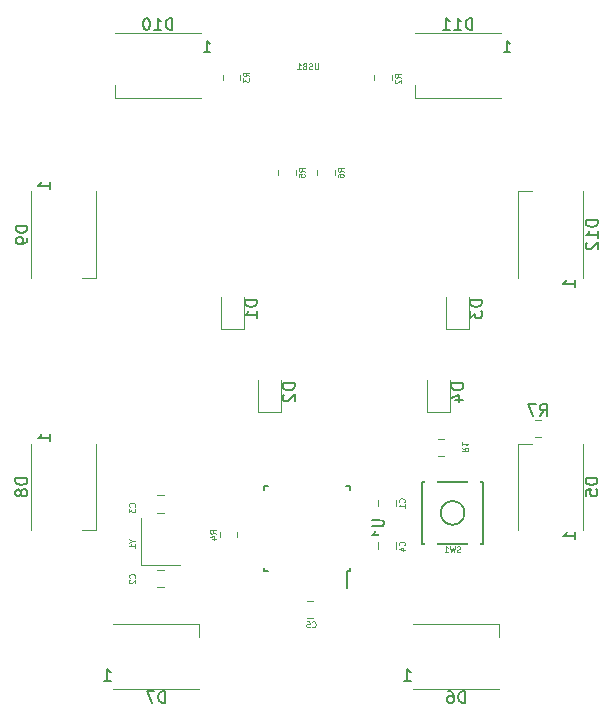
<source format=gbo>
G04 #@! TF.GenerationSoftware,KiCad,Pcbnew,(5.1.10)-1*
G04 #@! TF.CreationDate,2021-06-04T02:05:14+02:00*
G04 #@! TF.ProjectId,Keyboard,4b657962-6f61-4726-942e-6b696361645f,rev?*
G04 #@! TF.SameCoordinates,Original*
G04 #@! TF.FileFunction,Legend,Bot*
G04 #@! TF.FilePolarity,Positive*
%FSLAX46Y46*%
G04 Gerber Fmt 4.6, Leading zero omitted, Abs format (unit mm)*
G04 Created by KiCad (PCBNEW (5.1.10)-1) date 2021-06-04 02:05:14*
%MOMM*%
%LPD*%
G01*
G04 APERTURE LIST*
%ADD10C,0.150000*%
%ADD11C,0.120000*%
%ADD12C,0.080000*%
%ADD13R,1.600000X0.550000*%
%ADD14R,0.550000X1.600000*%
%ADD15C,2.250000*%
%ADD16C,3.987800*%
%ADD17C,1.750000*%
%ADD18R,1.200000X1.400000*%
%ADD19R,0.600000X1.450000*%
%ADD20R,0.300000X1.450000*%
%ADD21C,0.650000*%
%ADD22R,1.100000X1.800000*%
%ADD23C,2.700000*%
%ADD24R,1.000000X1.500000*%
%ADD25R,1.500000X1.000000*%
G04 APERTURE END LIST*
D10*
X93887500Y-85667000D02*
X93887500Y-87092000D01*
X94112500Y-78417000D02*
X94112500Y-78742000D01*
X86862500Y-78417000D02*
X86862500Y-78742000D01*
X86862500Y-85667000D02*
X86862500Y-85342000D01*
X94112500Y-85667000D02*
X94112500Y-85342000D01*
X86862500Y-85667000D02*
X87187500Y-85667000D01*
X86862500Y-78417000D02*
X87187500Y-78417000D01*
X94112500Y-78417000D02*
X93787500Y-78417000D01*
X94112500Y-85667000D02*
X93887500Y-85667000D01*
D11*
X79716000Y-85132750D02*
X76416000Y-85132750D01*
X76416000Y-85132750D02*
X76416000Y-81132750D01*
X96521600Y-83740852D02*
X96521600Y-83218348D01*
X97991600Y-83740852D02*
X97991600Y-83218348D01*
D10*
X105398000Y-83320000D02*
X105398000Y-78120000D01*
X105398000Y-78120000D02*
X100198000Y-78120000D01*
X100198000Y-78120000D02*
X100198000Y-83320000D01*
X100198000Y-83320000D02*
X105398000Y-83320000D01*
X103798000Y-80720000D02*
G75*
G03*
X103798000Y-80720000I-1000000J0D01*
G01*
D11*
X102560000Y-69500000D02*
X102560000Y-72185000D01*
X102560000Y-72185000D02*
X100640000Y-72185000D01*
X100640000Y-72185000D02*
X100640000Y-69500000D01*
X104147500Y-62437500D02*
X104147500Y-65122500D01*
X104147500Y-65122500D02*
X102227500Y-65122500D01*
X102227500Y-65122500D02*
X102227500Y-62437500D01*
X88272500Y-69500000D02*
X88272500Y-72185000D01*
X88272500Y-72185000D02*
X86352500Y-72185000D01*
X86352500Y-72185000D02*
X86352500Y-69500000D01*
X85097500Y-62437500D02*
X85097500Y-65122500D01*
X85097500Y-65122500D02*
X83177500Y-65122500D01*
X83177500Y-65122500D02*
X83177500Y-62437500D01*
X109794936Y-74306100D02*
X110249064Y-74306100D01*
X109794936Y-72836100D02*
X110249064Y-72836100D01*
X108375000Y-53500000D02*
X109525000Y-53500000D01*
X108375000Y-60800000D02*
X108375000Y-53500000D01*
X113875000Y-60800000D02*
X113875000Y-53500000D01*
X99606250Y-45625000D02*
X99606250Y-44475000D01*
X106906250Y-45625000D02*
X99606250Y-45625000D01*
X106906250Y-40125000D02*
X99606250Y-40125000D01*
X74206250Y-45625000D02*
X74206250Y-44475000D01*
X81506250Y-45625000D02*
X74206250Y-45625000D01*
X81506250Y-40125000D02*
X74206250Y-40125000D01*
X72600000Y-60800000D02*
X71450000Y-60800000D01*
X72600000Y-53500000D02*
X72600000Y-60800000D01*
X67100000Y-53500000D02*
X67100000Y-60800000D01*
X72587500Y-82162500D02*
X71437500Y-82162500D01*
X72587500Y-74862500D02*
X72587500Y-82162500D01*
X67087500Y-74862500D02*
X67087500Y-82162500D01*
X81368750Y-90106250D02*
X81368750Y-91256250D01*
X74068750Y-90106250D02*
X81368750Y-90106250D01*
X74068750Y-95606250D02*
X81368750Y-95606250D01*
X106768750Y-90106250D02*
X106768750Y-91256250D01*
X99468750Y-90106250D02*
X106768750Y-90106250D01*
X99468750Y-95606250D02*
X106768750Y-95606250D01*
X108362500Y-74862500D02*
X109512500Y-74862500D01*
X108362500Y-82162500D02*
X108362500Y-74862500D01*
X113862500Y-82162500D02*
X113862500Y-74862500D01*
X92810000Y-52146564D02*
X92810000Y-51692436D01*
X91340000Y-52146564D02*
X91340000Y-51692436D01*
X89508000Y-52146564D02*
X89508000Y-51692436D01*
X88038000Y-52146564D02*
X88038000Y-51692436D01*
X83085000Y-82312136D02*
X83085000Y-82766264D01*
X84555000Y-82312136D02*
X84555000Y-82766264D01*
X84809000Y-44065564D02*
X84809000Y-43611436D01*
X83339000Y-44065564D02*
X83339000Y-43611436D01*
X97636000Y-44065564D02*
X97636000Y-43611436D01*
X96166000Y-44065564D02*
X96166000Y-43611436D01*
X101603436Y-75919000D02*
X102057564Y-75919000D01*
X101603436Y-74449000D02*
X102057564Y-74449000D01*
X90482748Y-88165000D02*
X91005252Y-88165000D01*
X90482748Y-89635000D02*
X91005252Y-89635000D01*
X78325652Y-80700550D02*
X77803148Y-80700550D01*
X78325652Y-79230550D02*
X77803148Y-79230550D01*
X77803148Y-85555150D02*
X78325652Y-85555150D01*
X77803148Y-87025150D02*
X78325652Y-87025150D01*
X97991600Y-79624248D02*
X97991600Y-80146752D01*
X96521600Y-79624248D02*
X96521600Y-80146752D01*
D10*
X95989880Y-81280095D02*
X96799404Y-81280095D01*
X96894642Y-81327714D01*
X96942261Y-81375333D01*
X96989880Y-81470571D01*
X96989880Y-81661047D01*
X96942261Y-81756285D01*
X96894642Y-81803904D01*
X96799404Y-81851523D01*
X95989880Y-81851523D01*
X96989880Y-82851523D02*
X96989880Y-82280095D01*
X96989880Y-82565809D02*
X95989880Y-82565809D01*
X96132738Y-82470571D01*
X96227976Y-82375333D01*
X96275595Y-82280095D01*
D12*
X75680095Y-83073904D02*
X75918190Y-83073904D01*
X75418190Y-82907238D02*
X75680095Y-83073904D01*
X75418190Y-83240571D01*
X75918190Y-83669142D02*
X75918190Y-83383428D01*
X75918190Y-83526285D02*
X75418190Y-83526285D01*
X75489619Y-83478666D01*
X75537238Y-83431047D01*
X75561047Y-83383428D01*
X91420047Y-42652190D02*
X91420047Y-43056952D01*
X91396238Y-43104571D01*
X91372428Y-43128380D01*
X91324809Y-43152190D01*
X91229571Y-43152190D01*
X91181952Y-43128380D01*
X91158142Y-43104571D01*
X91134333Y-43056952D01*
X91134333Y-42652190D01*
X90920047Y-43128380D02*
X90848619Y-43152190D01*
X90729571Y-43152190D01*
X90681952Y-43128380D01*
X90658142Y-43104571D01*
X90634333Y-43056952D01*
X90634333Y-43009333D01*
X90658142Y-42961714D01*
X90681952Y-42937904D01*
X90729571Y-42914095D01*
X90824809Y-42890285D01*
X90872428Y-42866476D01*
X90896238Y-42842666D01*
X90920047Y-42795047D01*
X90920047Y-42747428D01*
X90896238Y-42699809D01*
X90872428Y-42676000D01*
X90824809Y-42652190D01*
X90705761Y-42652190D01*
X90634333Y-42676000D01*
X90253380Y-42890285D02*
X90181952Y-42914095D01*
X90158142Y-42937904D01*
X90134333Y-42985523D01*
X90134333Y-43056952D01*
X90158142Y-43104571D01*
X90181952Y-43128380D01*
X90229571Y-43152190D01*
X90420047Y-43152190D01*
X90420047Y-42652190D01*
X90253380Y-42652190D01*
X90205761Y-42676000D01*
X90181952Y-42699809D01*
X90158142Y-42747428D01*
X90158142Y-42795047D01*
X90181952Y-42842666D01*
X90205761Y-42866476D01*
X90253380Y-42890285D01*
X90420047Y-42890285D01*
X89658142Y-43152190D02*
X89943857Y-43152190D01*
X89801000Y-43152190D02*
X89801000Y-42652190D01*
X89848619Y-42723619D01*
X89896238Y-42771238D01*
X89943857Y-42795047D01*
X98705171Y-83462266D02*
X98728980Y-83438457D01*
X98752790Y-83367028D01*
X98752790Y-83319409D01*
X98728980Y-83247980D01*
X98681361Y-83200361D01*
X98633742Y-83176552D01*
X98538504Y-83152742D01*
X98467076Y-83152742D01*
X98371838Y-83176552D01*
X98324219Y-83200361D01*
X98276600Y-83247980D01*
X98252790Y-83319409D01*
X98252790Y-83367028D01*
X98276600Y-83438457D01*
X98300409Y-83462266D01*
X98419457Y-83890838D02*
X98752790Y-83890838D01*
X98228980Y-83771790D02*
X98586123Y-83652742D01*
X98586123Y-83962266D01*
X103464666Y-84033880D02*
X103393238Y-84057690D01*
X103274190Y-84057690D01*
X103226571Y-84033880D01*
X103202761Y-84010071D01*
X103178952Y-83962452D01*
X103178952Y-83914833D01*
X103202761Y-83867214D01*
X103226571Y-83843404D01*
X103274190Y-83819595D01*
X103369428Y-83795785D01*
X103417047Y-83771976D01*
X103440857Y-83748166D01*
X103464666Y-83700547D01*
X103464666Y-83652928D01*
X103440857Y-83605309D01*
X103417047Y-83581500D01*
X103369428Y-83557690D01*
X103250380Y-83557690D01*
X103178952Y-83581500D01*
X103012285Y-83557690D02*
X102893238Y-84057690D01*
X102798000Y-83700547D01*
X102702761Y-84057690D01*
X102583714Y-83557690D01*
X102131333Y-84057690D02*
X102417047Y-84057690D01*
X102274190Y-84057690D02*
X102274190Y-83557690D01*
X102321809Y-83629119D01*
X102369428Y-83676738D01*
X102417047Y-83700547D01*
D10*
X103702380Y-69761904D02*
X102702380Y-69761904D01*
X102702380Y-70000000D01*
X102750000Y-70142857D01*
X102845238Y-70238095D01*
X102940476Y-70285714D01*
X103130952Y-70333333D01*
X103273809Y-70333333D01*
X103464285Y-70285714D01*
X103559523Y-70238095D01*
X103654761Y-70142857D01*
X103702380Y-70000000D01*
X103702380Y-69761904D01*
X103035714Y-71190476D02*
X103702380Y-71190476D01*
X102654761Y-70952380D02*
X103369047Y-70714285D01*
X103369047Y-71333333D01*
X105289880Y-62699404D02*
X104289880Y-62699404D01*
X104289880Y-62937500D01*
X104337500Y-63080357D01*
X104432738Y-63175595D01*
X104527976Y-63223214D01*
X104718452Y-63270833D01*
X104861309Y-63270833D01*
X105051785Y-63223214D01*
X105147023Y-63175595D01*
X105242261Y-63080357D01*
X105289880Y-62937500D01*
X105289880Y-62699404D01*
X104289880Y-63604166D02*
X104289880Y-64223214D01*
X104670833Y-63889880D01*
X104670833Y-64032738D01*
X104718452Y-64127976D01*
X104766071Y-64175595D01*
X104861309Y-64223214D01*
X105099404Y-64223214D01*
X105194642Y-64175595D01*
X105242261Y-64127976D01*
X105289880Y-64032738D01*
X105289880Y-63747023D01*
X105242261Y-63651785D01*
X105194642Y-63604166D01*
X89414880Y-69761904D02*
X88414880Y-69761904D01*
X88414880Y-70000000D01*
X88462500Y-70142857D01*
X88557738Y-70238095D01*
X88652976Y-70285714D01*
X88843452Y-70333333D01*
X88986309Y-70333333D01*
X89176785Y-70285714D01*
X89272023Y-70238095D01*
X89367261Y-70142857D01*
X89414880Y-70000000D01*
X89414880Y-69761904D01*
X88510119Y-70714285D02*
X88462500Y-70761904D01*
X88414880Y-70857142D01*
X88414880Y-71095238D01*
X88462500Y-71190476D01*
X88510119Y-71238095D01*
X88605357Y-71285714D01*
X88700595Y-71285714D01*
X88843452Y-71238095D01*
X89414880Y-70666666D01*
X89414880Y-71285714D01*
X86239880Y-62699404D02*
X85239880Y-62699404D01*
X85239880Y-62937500D01*
X85287500Y-63080357D01*
X85382738Y-63175595D01*
X85477976Y-63223214D01*
X85668452Y-63270833D01*
X85811309Y-63270833D01*
X86001785Y-63223214D01*
X86097023Y-63175595D01*
X86192261Y-63080357D01*
X86239880Y-62937500D01*
X86239880Y-62699404D01*
X86239880Y-64223214D02*
X86239880Y-63651785D01*
X86239880Y-63937500D02*
X85239880Y-63937500D01*
X85382738Y-63842261D01*
X85477976Y-63747023D01*
X85525595Y-63651785D01*
X110188666Y-72499480D02*
X110522000Y-72023290D01*
X110760095Y-72499480D02*
X110760095Y-71499480D01*
X110379142Y-71499480D01*
X110283904Y-71547100D01*
X110236285Y-71594719D01*
X110188666Y-71689957D01*
X110188666Y-71832814D01*
X110236285Y-71928052D01*
X110283904Y-71975671D01*
X110379142Y-72023290D01*
X110760095Y-72023290D01*
X109855333Y-71499480D02*
X109188666Y-71499480D01*
X109617238Y-72499480D01*
X115077380Y-55935714D02*
X114077380Y-55935714D01*
X114077380Y-56173809D01*
X114125000Y-56316666D01*
X114220238Y-56411904D01*
X114315476Y-56459523D01*
X114505952Y-56507142D01*
X114648809Y-56507142D01*
X114839285Y-56459523D01*
X114934523Y-56411904D01*
X115029761Y-56316666D01*
X115077380Y-56173809D01*
X115077380Y-55935714D01*
X115077380Y-57459523D02*
X115077380Y-56888095D01*
X115077380Y-57173809D02*
X114077380Y-57173809D01*
X114220238Y-57078571D01*
X114315476Y-56983333D01*
X114363095Y-56888095D01*
X114172619Y-57840476D02*
X114125000Y-57888095D01*
X114077380Y-57983333D01*
X114077380Y-58221428D01*
X114125000Y-58316666D01*
X114172619Y-58364285D01*
X114267857Y-58411904D01*
X114363095Y-58411904D01*
X114505952Y-58364285D01*
X115077380Y-57792857D01*
X115077380Y-58411904D01*
X113177380Y-61585714D02*
X113177380Y-61014285D01*
X113177380Y-61300000D02*
X112177380Y-61300000D01*
X112320238Y-61204761D01*
X112415476Y-61109523D01*
X112463095Y-61014285D01*
X104470535Y-39827380D02*
X104470535Y-38827380D01*
X104232440Y-38827380D01*
X104089583Y-38875000D01*
X103994345Y-38970238D01*
X103946726Y-39065476D01*
X103899107Y-39255952D01*
X103899107Y-39398809D01*
X103946726Y-39589285D01*
X103994345Y-39684523D01*
X104089583Y-39779761D01*
X104232440Y-39827380D01*
X104470535Y-39827380D01*
X102946726Y-39827380D02*
X103518154Y-39827380D01*
X103232440Y-39827380D02*
X103232440Y-38827380D01*
X103327678Y-38970238D01*
X103422916Y-39065476D01*
X103518154Y-39113095D01*
X101994345Y-39827380D02*
X102565773Y-39827380D01*
X102280059Y-39827380D02*
X102280059Y-38827380D01*
X102375297Y-38970238D01*
X102470535Y-39065476D01*
X102565773Y-39113095D01*
X107120535Y-41727380D02*
X107691964Y-41727380D01*
X107406250Y-41727380D02*
X107406250Y-40727380D01*
X107501488Y-40870238D01*
X107596726Y-40965476D01*
X107691964Y-41013095D01*
X79070535Y-39827380D02*
X79070535Y-38827380D01*
X78832440Y-38827380D01*
X78689583Y-38875000D01*
X78594345Y-38970238D01*
X78546726Y-39065476D01*
X78499107Y-39255952D01*
X78499107Y-39398809D01*
X78546726Y-39589285D01*
X78594345Y-39684523D01*
X78689583Y-39779761D01*
X78832440Y-39827380D01*
X79070535Y-39827380D01*
X77546726Y-39827380D02*
X78118154Y-39827380D01*
X77832440Y-39827380D02*
X77832440Y-38827380D01*
X77927678Y-38970238D01*
X78022916Y-39065476D01*
X78118154Y-39113095D01*
X76927678Y-38827380D02*
X76832440Y-38827380D01*
X76737202Y-38875000D01*
X76689583Y-38922619D01*
X76641964Y-39017857D01*
X76594345Y-39208333D01*
X76594345Y-39446428D01*
X76641964Y-39636904D01*
X76689583Y-39732142D01*
X76737202Y-39779761D01*
X76832440Y-39827380D01*
X76927678Y-39827380D01*
X77022916Y-39779761D01*
X77070535Y-39732142D01*
X77118154Y-39636904D01*
X77165773Y-39446428D01*
X77165773Y-39208333D01*
X77118154Y-39017857D01*
X77070535Y-38922619D01*
X77022916Y-38875000D01*
X76927678Y-38827380D01*
X81720535Y-41727380D02*
X82291964Y-41727380D01*
X82006250Y-41727380D02*
X82006250Y-40727380D01*
X82101488Y-40870238D01*
X82196726Y-40965476D01*
X82291964Y-41013095D01*
X66802380Y-56411904D02*
X65802380Y-56411904D01*
X65802380Y-56650000D01*
X65850000Y-56792857D01*
X65945238Y-56888095D01*
X66040476Y-56935714D01*
X66230952Y-56983333D01*
X66373809Y-56983333D01*
X66564285Y-56935714D01*
X66659523Y-56888095D01*
X66754761Y-56792857D01*
X66802380Y-56650000D01*
X66802380Y-56411904D01*
X66802380Y-57459523D02*
X66802380Y-57650000D01*
X66754761Y-57745238D01*
X66707142Y-57792857D01*
X66564285Y-57888095D01*
X66373809Y-57935714D01*
X65992857Y-57935714D01*
X65897619Y-57888095D01*
X65850000Y-57840476D01*
X65802380Y-57745238D01*
X65802380Y-57554761D01*
X65850000Y-57459523D01*
X65897619Y-57411904D01*
X65992857Y-57364285D01*
X66230952Y-57364285D01*
X66326190Y-57411904D01*
X66373809Y-57459523D01*
X66421428Y-57554761D01*
X66421428Y-57745238D01*
X66373809Y-57840476D01*
X66326190Y-57888095D01*
X66230952Y-57935714D01*
X68702380Y-53285714D02*
X68702380Y-52714285D01*
X68702380Y-53000000D02*
X67702380Y-53000000D01*
X67845238Y-52904761D01*
X67940476Y-52809523D01*
X67988095Y-52714285D01*
X66789880Y-77774404D02*
X65789880Y-77774404D01*
X65789880Y-78012500D01*
X65837500Y-78155357D01*
X65932738Y-78250595D01*
X66027976Y-78298214D01*
X66218452Y-78345833D01*
X66361309Y-78345833D01*
X66551785Y-78298214D01*
X66647023Y-78250595D01*
X66742261Y-78155357D01*
X66789880Y-78012500D01*
X66789880Y-77774404D01*
X66218452Y-78917261D02*
X66170833Y-78822023D01*
X66123214Y-78774404D01*
X66027976Y-78726785D01*
X65980357Y-78726785D01*
X65885119Y-78774404D01*
X65837500Y-78822023D01*
X65789880Y-78917261D01*
X65789880Y-79107738D01*
X65837500Y-79202976D01*
X65885119Y-79250595D01*
X65980357Y-79298214D01*
X66027976Y-79298214D01*
X66123214Y-79250595D01*
X66170833Y-79202976D01*
X66218452Y-79107738D01*
X66218452Y-78917261D01*
X66266071Y-78822023D01*
X66313690Y-78774404D01*
X66408928Y-78726785D01*
X66599404Y-78726785D01*
X66694642Y-78774404D01*
X66742261Y-78822023D01*
X66789880Y-78917261D01*
X66789880Y-79107738D01*
X66742261Y-79202976D01*
X66694642Y-79250595D01*
X66599404Y-79298214D01*
X66408928Y-79298214D01*
X66313690Y-79250595D01*
X66266071Y-79202976D01*
X66218452Y-79107738D01*
X68689880Y-74648214D02*
X68689880Y-74076785D01*
X68689880Y-74362500D02*
X67689880Y-74362500D01*
X67832738Y-74267261D01*
X67927976Y-74172023D01*
X67975595Y-74076785D01*
X78456845Y-96808630D02*
X78456845Y-95808630D01*
X78218750Y-95808630D01*
X78075892Y-95856250D01*
X77980654Y-95951488D01*
X77933035Y-96046726D01*
X77885416Y-96237202D01*
X77885416Y-96380059D01*
X77933035Y-96570535D01*
X77980654Y-96665773D01*
X78075892Y-96761011D01*
X78218750Y-96808630D01*
X78456845Y-96808630D01*
X77552083Y-95808630D02*
X76885416Y-95808630D01*
X77313988Y-96808630D01*
X73283035Y-94908630D02*
X73854464Y-94908630D01*
X73568750Y-94908630D02*
X73568750Y-93908630D01*
X73663988Y-94051488D01*
X73759226Y-94146726D01*
X73854464Y-94194345D01*
X103856845Y-96808630D02*
X103856845Y-95808630D01*
X103618750Y-95808630D01*
X103475892Y-95856250D01*
X103380654Y-95951488D01*
X103333035Y-96046726D01*
X103285416Y-96237202D01*
X103285416Y-96380059D01*
X103333035Y-96570535D01*
X103380654Y-96665773D01*
X103475892Y-96761011D01*
X103618750Y-96808630D01*
X103856845Y-96808630D01*
X102428273Y-95808630D02*
X102618750Y-95808630D01*
X102713988Y-95856250D01*
X102761607Y-95903869D01*
X102856845Y-96046726D01*
X102904464Y-96237202D01*
X102904464Y-96618154D01*
X102856845Y-96713392D01*
X102809226Y-96761011D01*
X102713988Y-96808630D01*
X102523511Y-96808630D01*
X102428273Y-96761011D01*
X102380654Y-96713392D01*
X102333035Y-96618154D01*
X102333035Y-96380059D01*
X102380654Y-96284821D01*
X102428273Y-96237202D01*
X102523511Y-96189583D01*
X102713988Y-96189583D01*
X102809226Y-96237202D01*
X102856845Y-96284821D01*
X102904464Y-96380059D01*
X98683035Y-94908630D02*
X99254464Y-94908630D01*
X98968750Y-94908630D02*
X98968750Y-93908630D01*
X99063988Y-94051488D01*
X99159226Y-94146726D01*
X99254464Y-94194345D01*
X115064880Y-77774404D02*
X114064880Y-77774404D01*
X114064880Y-78012500D01*
X114112500Y-78155357D01*
X114207738Y-78250595D01*
X114302976Y-78298214D01*
X114493452Y-78345833D01*
X114636309Y-78345833D01*
X114826785Y-78298214D01*
X114922023Y-78250595D01*
X115017261Y-78155357D01*
X115064880Y-78012500D01*
X115064880Y-77774404D01*
X114064880Y-79250595D02*
X114064880Y-78774404D01*
X114541071Y-78726785D01*
X114493452Y-78774404D01*
X114445833Y-78869642D01*
X114445833Y-79107738D01*
X114493452Y-79202976D01*
X114541071Y-79250595D01*
X114636309Y-79298214D01*
X114874404Y-79298214D01*
X114969642Y-79250595D01*
X115017261Y-79202976D01*
X115064880Y-79107738D01*
X115064880Y-78869642D01*
X115017261Y-78774404D01*
X114969642Y-78726785D01*
X113164880Y-82948214D02*
X113164880Y-82376785D01*
X113164880Y-82662500D02*
X112164880Y-82662500D01*
X112307738Y-82567261D01*
X112402976Y-82472023D01*
X112450595Y-82376785D01*
D12*
X93571190Y-51836166D02*
X93333095Y-51669500D01*
X93571190Y-51550452D02*
X93071190Y-51550452D01*
X93071190Y-51740928D01*
X93095000Y-51788547D01*
X93118809Y-51812357D01*
X93166428Y-51836166D01*
X93237857Y-51836166D01*
X93285476Y-51812357D01*
X93309285Y-51788547D01*
X93333095Y-51740928D01*
X93333095Y-51550452D01*
X93071190Y-52264738D02*
X93071190Y-52169500D01*
X93095000Y-52121880D01*
X93118809Y-52098071D01*
X93190238Y-52050452D01*
X93285476Y-52026642D01*
X93475952Y-52026642D01*
X93523571Y-52050452D01*
X93547380Y-52074261D01*
X93571190Y-52121880D01*
X93571190Y-52217119D01*
X93547380Y-52264738D01*
X93523571Y-52288547D01*
X93475952Y-52312357D01*
X93356904Y-52312357D01*
X93309285Y-52288547D01*
X93285476Y-52264738D01*
X93261666Y-52217119D01*
X93261666Y-52121880D01*
X93285476Y-52074261D01*
X93309285Y-52050452D01*
X93356904Y-52026642D01*
X90269190Y-51836166D02*
X90031095Y-51669500D01*
X90269190Y-51550452D02*
X89769190Y-51550452D01*
X89769190Y-51740928D01*
X89793000Y-51788547D01*
X89816809Y-51812357D01*
X89864428Y-51836166D01*
X89935857Y-51836166D01*
X89983476Y-51812357D01*
X90007285Y-51788547D01*
X90031095Y-51740928D01*
X90031095Y-51550452D01*
X89769190Y-52288547D02*
X89769190Y-52050452D01*
X90007285Y-52026642D01*
X89983476Y-52050452D01*
X89959666Y-52098071D01*
X89959666Y-52217119D01*
X89983476Y-52264738D01*
X90007285Y-52288547D01*
X90054904Y-52312357D01*
X90173952Y-52312357D01*
X90221571Y-52288547D01*
X90245380Y-52264738D01*
X90269190Y-52217119D01*
X90269190Y-52098071D01*
X90245380Y-52050452D01*
X90221571Y-52026642D01*
X82776190Y-82479366D02*
X82538095Y-82312700D01*
X82776190Y-82193652D02*
X82276190Y-82193652D01*
X82276190Y-82384128D01*
X82300000Y-82431747D01*
X82323809Y-82455557D01*
X82371428Y-82479366D01*
X82442857Y-82479366D01*
X82490476Y-82455557D01*
X82514285Y-82431747D01*
X82538095Y-82384128D01*
X82538095Y-82193652D01*
X82442857Y-82907938D02*
X82776190Y-82907938D01*
X82252380Y-82788890D02*
X82609523Y-82669842D01*
X82609523Y-82979366D01*
X85570190Y-43731666D02*
X85332095Y-43565000D01*
X85570190Y-43445952D02*
X85070190Y-43445952D01*
X85070190Y-43636428D01*
X85094000Y-43684047D01*
X85117809Y-43707857D01*
X85165428Y-43731666D01*
X85236857Y-43731666D01*
X85284476Y-43707857D01*
X85308285Y-43684047D01*
X85332095Y-43636428D01*
X85332095Y-43445952D01*
X85070190Y-43898333D02*
X85070190Y-44207857D01*
X85260666Y-44041190D01*
X85260666Y-44112619D01*
X85284476Y-44160238D01*
X85308285Y-44184047D01*
X85355904Y-44207857D01*
X85474952Y-44207857D01*
X85522571Y-44184047D01*
X85546380Y-44160238D01*
X85570190Y-44112619D01*
X85570190Y-43969761D01*
X85546380Y-43922142D01*
X85522571Y-43898333D01*
X98397190Y-43858666D02*
X98159095Y-43692000D01*
X98397190Y-43572952D02*
X97897190Y-43572952D01*
X97897190Y-43763428D01*
X97921000Y-43811047D01*
X97944809Y-43834857D01*
X97992428Y-43858666D01*
X98063857Y-43858666D01*
X98111476Y-43834857D01*
X98135285Y-43811047D01*
X98159095Y-43763428D01*
X98159095Y-43572952D01*
X97944809Y-44049142D02*
X97921000Y-44072952D01*
X97897190Y-44120571D01*
X97897190Y-44239619D01*
X97921000Y-44287238D01*
X97944809Y-44311047D01*
X97992428Y-44334857D01*
X98040047Y-44334857D01*
X98111476Y-44311047D01*
X98397190Y-44025333D01*
X98397190Y-44334857D01*
X103614089Y-75186053D02*
X103852184Y-75352720D01*
X103614089Y-75471767D02*
X104114089Y-75471767D01*
X104114089Y-75281291D01*
X104090280Y-75233672D01*
X104066470Y-75209862D01*
X104018851Y-75186053D01*
X103947422Y-75186053D01*
X103899803Y-75209862D01*
X103875994Y-75233672D01*
X103852184Y-75281291D01*
X103852184Y-75471767D01*
X103614089Y-74709862D02*
X103614089Y-74995577D01*
X103614089Y-74852720D02*
X104114089Y-74852720D01*
X104042660Y-74900339D01*
X103995041Y-74947958D01*
X103971232Y-74995577D01*
X90893333Y-90348571D02*
X90917142Y-90372380D01*
X90988571Y-90396190D01*
X91036190Y-90396190D01*
X91107619Y-90372380D01*
X91155238Y-90324761D01*
X91179047Y-90277142D01*
X91202857Y-90181904D01*
X91202857Y-90110476D01*
X91179047Y-90015238D01*
X91155238Y-89967619D01*
X91107619Y-89920000D01*
X91036190Y-89896190D01*
X90988571Y-89896190D01*
X90917142Y-89920000D01*
X90893333Y-89943809D01*
X90440952Y-89896190D02*
X90679047Y-89896190D01*
X90702857Y-90134285D01*
X90679047Y-90110476D01*
X90631428Y-90086666D01*
X90512380Y-90086666D01*
X90464761Y-90110476D01*
X90440952Y-90134285D01*
X90417142Y-90181904D01*
X90417142Y-90300952D01*
X90440952Y-90348571D01*
X90464761Y-90372380D01*
X90512380Y-90396190D01*
X90631428Y-90396190D01*
X90679047Y-90372380D01*
X90702857Y-90348571D01*
X75870571Y-80180666D02*
X75894380Y-80156857D01*
X75918190Y-80085428D01*
X75918190Y-80037809D01*
X75894380Y-79966380D01*
X75846761Y-79918761D01*
X75799142Y-79894952D01*
X75703904Y-79871142D01*
X75632476Y-79871142D01*
X75537238Y-79894952D01*
X75489619Y-79918761D01*
X75442000Y-79966380D01*
X75418190Y-80037809D01*
X75418190Y-80085428D01*
X75442000Y-80156857D01*
X75465809Y-80180666D01*
X75418190Y-80347333D02*
X75418190Y-80656857D01*
X75608666Y-80490190D01*
X75608666Y-80561619D01*
X75632476Y-80609238D01*
X75656285Y-80633047D01*
X75703904Y-80656857D01*
X75822952Y-80656857D01*
X75870571Y-80633047D01*
X75894380Y-80609238D01*
X75918190Y-80561619D01*
X75918190Y-80418761D01*
X75894380Y-80371142D01*
X75870571Y-80347333D01*
X75870571Y-86206816D02*
X75894380Y-86183007D01*
X75918190Y-86111578D01*
X75918190Y-86063959D01*
X75894380Y-85992530D01*
X75846761Y-85944911D01*
X75799142Y-85921102D01*
X75703904Y-85897292D01*
X75632476Y-85897292D01*
X75537238Y-85921102D01*
X75489619Y-85944911D01*
X75442000Y-85992530D01*
X75418190Y-86063959D01*
X75418190Y-86111578D01*
X75442000Y-86183007D01*
X75465809Y-86206816D01*
X75465809Y-86397292D02*
X75442000Y-86421102D01*
X75418190Y-86468721D01*
X75418190Y-86587769D01*
X75442000Y-86635388D01*
X75465809Y-86659197D01*
X75513428Y-86683007D01*
X75561047Y-86683007D01*
X75632476Y-86659197D01*
X75918190Y-86373483D01*
X75918190Y-86683007D01*
X98705171Y-79804666D02*
X98728980Y-79780857D01*
X98752790Y-79709428D01*
X98752790Y-79661809D01*
X98728980Y-79590380D01*
X98681361Y-79542761D01*
X98633742Y-79518952D01*
X98538504Y-79495142D01*
X98467076Y-79495142D01*
X98371838Y-79518952D01*
X98324219Y-79542761D01*
X98276600Y-79590380D01*
X98252790Y-79661809D01*
X98252790Y-79709428D01*
X98276600Y-79780857D01*
X98300409Y-79804666D01*
X98752790Y-80280857D02*
X98752790Y-79995142D01*
X98752790Y-80138000D02*
X98252790Y-80138000D01*
X98324219Y-80090380D01*
X98371838Y-80042761D01*
X98395647Y-79995142D01*
%LPC*%
D13*
X94737500Y-84842000D03*
X94737500Y-84042000D03*
X94737500Y-83242000D03*
X94737500Y-82442000D03*
X94737500Y-81642000D03*
X94737500Y-80842000D03*
X94737500Y-80042000D03*
X94737500Y-79242000D03*
D14*
X93287500Y-77792000D03*
X92487500Y-77792000D03*
X91687500Y-77792000D03*
X90887500Y-77792000D03*
X90087500Y-77792000D03*
X89287500Y-77792000D03*
X88487500Y-77792000D03*
X87687500Y-77792000D03*
D13*
X86237500Y-79242000D03*
X86237500Y-80042000D03*
X86237500Y-80842000D03*
X86237500Y-81642000D03*
X86237500Y-82442000D03*
X86237500Y-83242000D03*
X86237500Y-84042000D03*
X86237500Y-84842000D03*
D14*
X87687500Y-86292000D03*
X88487500Y-86292000D03*
X89287500Y-86292000D03*
X90087500Y-86292000D03*
X90887500Y-86292000D03*
X91687500Y-86292000D03*
X92487500Y-86292000D03*
X93287500Y-86292000D03*
D15*
X83502500Y-52070000D03*
D16*
X80962500Y-57150000D03*
D15*
X77152500Y-54610000D03*
D17*
X75882500Y-57150000D03*
X86042500Y-57150000D03*
D18*
X78916000Y-84232750D03*
X78916000Y-82032750D03*
X77216000Y-82032750D03*
X77216000Y-84232750D03*
D19*
X93712500Y-44207500D03*
X87262500Y-44207500D03*
X92937500Y-44207500D03*
X88037500Y-44207500D03*
D20*
X88737500Y-44207500D03*
X92237500Y-44207500D03*
X89237500Y-44207500D03*
X91737500Y-44207500D03*
X89737500Y-44207500D03*
X91237500Y-44207500D03*
X90737500Y-44207500D03*
X90237500Y-44207500D03*
D21*
X93377500Y-42762500D03*
X87597500Y-42762500D03*
G36*
G01*
X97731600Y-83029600D02*
X96781600Y-83029600D01*
G75*
G02*
X96531600Y-82779600I0J250000D01*
G01*
X96531600Y-82279600D01*
G75*
G02*
X96781600Y-82029600I250000J0D01*
G01*
X97731600Y-82029600D01*
G75*
G02*
X97981600Y-82279600I0J-250000D01*
G01*
X97981600Y-82779600D01*
G75*
G02*
X97731600Y-83029600I-250000J0D01*
G01*
G37*
G36*
G01*
X97731600Y-84929600D02*
X96781600Y-84929600D01*
G75*
G02*
X96531600Y-84679600I0J250000D01*
G01*
X96531600Y-84179600D01*
G75*
G02*
X96781600Y-83929600I250000J0D01*
G01*
X97731600Y-83929600D01*
G75*
G02*
X97981600Y-84179600I0J-250000D01*
G01*
X97981600Y-84679600D01*
G75*
G02*
X97731600Y-84929600I-250000J0D01*
G01*
G37*
D22*
X100948000Y-83820000D03*
X104648000Y-77620000D03*
X104648000Y-83820000D03*
X100948000Y-77620000D03*
D15*
X102552500Y-52070000D03*
D16*
X100012500Y-57150000D03*
D15*
X96202500Y-54610000D03*
D17*
X94932500Y-57150000D03*
X105092500Y-57150000D03*
D23*
X112712500Y-94456250D03*
X112712500Y-41275000D03*
X68262500Y-94456250D03*
X68262500Y-41275000D03*
G36*
G01*
X102056250Y-70050000D02*
X101143750Y-70050000D01*
G75*
G02*
X100900000Y-69806250I0J243750D01*
G01*
X100900000Y-69318750D01*
G75*
G02*
X101143750Y-69075000I243750J0D01*
G01*
X102056250Y-69075000D01*
G75*
G02*
X102300000Y-69318750I0J-243750D01*
G01*
X102300000Y-69806250D01*
G75*
G02*
X102056250Y-70050000I-243750J0D01*
G01*
G37*
G36*
G01*
X102056250Y-71925000D02*
X101143750Y-71925000D01*
G75*
G02*
X100900000Y-71681250I0J243750D01*
G01*
X100900000Y-71193750D01*
G75*
G02*
X101143750Y-70950000I243750J0D01*
G01*
X102056250Y-70950000D01*
G75*
G02*
X102300000Y-71193750I0J-243750D01*
G01*
X102300000Y-71681250D01*
G75*
G02*
X102056250Y-71925000I-243750J0D01*
G01*
G37*
G36*
G01*
X103643750Y-62987500D02*
X102731250Y-62987500D01*
G75*
G02*
X102487500Y-62743750I0J243750D01*
G01*
X102487500Y-62256250D01*
G75*
G02*
X102731250Y-62012500I243750J0D01*
G01*
X103643750Y-62012500D01*
G75*
G02*
X103887500Y-62256250I0J-243750D01*
G01*
X103887500Y-62743750D01*
G75*
G02*
X103643750Y-62987500I-243750J0D01*
G01*
G37*
G36*
G01*
X103643750Y-64862500D02*
X102731250Y-64862500D01*
G75*
G02*
X102487500Y-64618750I0J243750D01*
G01*
X102487500Y-64131250D01*
G75*
G02*
X102731250Y-63887500I243750J0D01*
G01*
X103643750Y-63887500D01*
G75*
G02*
X103887500Y-64131250I0J-243750D01*
G01*
X103887500Y-64618750D01*
G75*
G02*
X103643750Y-64862500I-243750J0D01*
G01*
G37*
G36*
G01*
X87768750Y-70050000D02*
X86856250Y-70050000D01*
G75*
G02*
X86612500Y-69806250I0J243750D01*
G01*
X86612500Y-69318750D01*
G75*
G02*
X86856250Y-69075000I243750J0D01*
G01*
X87768750Y-69075000D01*
G75*
G02*
X88012500Y-69318750I0J-243750D01*
G01*
X88012500Y-69806250D01*
G75*
G02*
X87768750Y-70050000I-243750J0D01*
G01*
G37*
G36*
G01*
X87768750Y-71925000D02*
X86856250Y-71925000D01*
G75*
G02*
X86612500Y-71681250I0J243750D01*
G01*
X86612500Y-71193750D01*
G75*
G02*
X86856250Y-70950000I243750J0D01*
G01*
X87768750Y-70950000D01*
G75*
G02*
X88012500Y-71193750I0J-243750D01*
G01*
X88012500Y-71681250D01*
G75*
G02*
X87768750Y-71925000I-243750J0D01*
G01*
G37*
G36*
G01*
X84593750Y-62987500D02*
X83681250Y-62987500D01*
G75*
G02*
X83437500Y-62743750I0J243750D01*
G01*
X83437500Y-62256250D01*
G75*
G02*
X83681250Y-62012500I243750J0D01*
G01*
X84593750Y-62012500D01*
G75*
G02*
X84837500Y-62256250I0J-243750D01*
G01*
X84837500Y-62743750D01*
G75*
G02*
X84593750Y-62987500I-243750J0D01*
G01*
G37*
G36*
G01*
X84593750Y-64862500D02*
X83681250Y-64862500D01*
G75*
G02*
X83437500Y-64618750I0J243750D01*
G01*
X83437500Y-64131250D01*
G75*
G02*
X83681250Y-63887500I243750J0D01*
G01*
X84593750Y-63887500D01*
G75*
G02*
X84837500Y-64131250I0J-243750D01*
G01*
X84837500Y-64618750D01*
G75*
G02*
X84593750Y-64862500I-243750J0D01*
G01*
G37*
G36*
G01*
X108597000Y-74021101D02*
X108597000Y-73121099D01*
G75*
G02*
X108846999Y-72871100I249999J0D01*
G01*
X109372001Y-72871100D01*
G75*
G02*
X109622000Y-73121099I0J-249999D01*
G01*
X109622000Y-74021101D01*
G75*
G02*
X109372001Y-74271100I-249999J0D01*
G01*
X108846999Y-74271100D01*
G75*
G02*
X108597000Y-74021101I0J249999D01*
G01*
G37*
G36*
G01*
X110422000Y-74021101D02*
X110422000Y-73121099D01*
G75*
G02*
X110671999Y-72871100I249999J0D01*
G01*
X111197001Y-72871100D01*
G75*
G02*
X111447000Y-73121099I0J-249999D01*
G01*
X111447000Y-74021101D01*
G75*
G02*
X111197001Y-74271100I-249999J0D01*
G01*
X110671999Y-74271100D01*
G75*
G02*
X110422000Y-74021101I0J249999D01*
G01*
G37*
D24*
X112725000Y-59600000D03*
X109525000Y-59600000D03*
X112725000Y-54700000D03*
X109525000Y-54700000D03*
D25*
X105706250Y-41275000D03*
X105706250Y-44475000D03*
X100806250Y-41275000D03*
X100806250Y-44475000D03*
X80306250Y-41275000D03*
X80306250Y-44475000D03*
X75406250Y-41275000D03*
X75406250Y-44475000D03*
D24*
X68250000Y-54700000D03*
X71450000Y-54700000D03*
X68250000Y-59600000D03*
X71450000Y-59600000D03*
X68237500Y-76062500D03*
X71437500Y-76062500D03*
X68237500Y-80962500D03*
X71437500Y-80962500D03*
D25*
X75268750Y-94456250D03*
X75268750Y-91256250D03*
X80168750Y-94456250D03*
X80168750Y-91256250D03*
X100668750Y-94456250D03*
X100668750Y-91256250D03*
X105568750Y-94456250D03*
X105568750Y-91256250D03*
D24*
X112712500Y-80962500D03*
X109512500Y-80962500D03*
X112712500Y-76062500D03*
X109512500Y-76062500D03*
G36*
G01*
X92525001Y-51519500D02*
X91624999Y-51519500D01*
G75*
G02*
X91375000Y-51269501I0J249999D01*
G01*
X91375000Y-50744499D01*
G75*
G02*
X91624999Y-50494500I249999J0D01*
G01*
X92525001Y-50494500D01*
G75*
G02*
X92775000Y-50744499I0J-249999D01*
G01*
X92775000Y-51269501D01*
G75*
G02*
X92525001Y-51519500I-249999J0D01*
G01*
G37*
G36*
G01*
X92525001Y-53344500D02*
X91624999Y-53344500D01*
G75*
G02*
X91375000Y-53094501I0J249999D01*
G01*
X91375000Y-52569499D01*
G75*
G02*
X91624999Y-52319500I249999J0D01*
G01*
X92525001Y-52319500D01*
G75*
G02*
X92775000Y-52569499I0J-249999D01*
G01*
X92775000Y-53094501D01*
G75*
G02*
X92525001Y-53344500I-249999J0D01*
G01*
G37*
G36*
G01*
X89223001Y-51519500D02*
X88322999Y-51519500D01*
G75*
G02*
X88073000Y-51269501I0J249999D01*
G01*
X88073000Y-50744499D01*
G75*
G02*
X88322999Y-50494500I249999J0D01*
G01*
X89223001Y-50494500D01*
G75*
G02*
X89473000Y-50744499I0J-249999D01*
G01*
X89473000Y-51269501D01*
G75*
G02*
X89223001Y-51519500I-249999J0D01*
G01*
G37*
G36*
G01*
X89223001Y-53344500D02*
X88322999Y-53344500D01*
G75*
G02*
X88073000Y-53094501I0J249999D01*
G01*
X88073000Y-52569499D01*
G75*
G02*
X88322999Y-52319500I249999J0D01*
G01*
X89223001Y-52319500D01*
G75*
G02*
X89473000Y-52569499I0J-249999D01*
G01*
X89473000Y-53094501D01*
G75*
G02*
X89223001Y-53344500I-249999J0D01*
G01*
G37*
G36*
G01*
X83369999Y-82939200D02*
X84270001Y-82939200D01*
G75*
G02*
X84520000Y-83189199I0J-249999D01*
G01*
X84520000Y-83714201D01*
G75*
G02*
X84270001Y-83964200I-249999J0D01*
G01*
X83369999Y-83964200D01*
G75*
G02*
X83120000Y-83714201I0J249999D01*
G01*
X83120000Y-83189199D01*
G75*
G02*
X83369999Y-82939200I249999J0D01*
G01*
G37*
G36*
G01*
X83369999Y-81114200D02*
X84270001Y-81114200D01*
G75*
G02*
X84520000Y-81364199I0J-249999D01*
G01*
X84520000Y-81889201D01*
G75*
G02*
X84270001Y-82139200I-249999J0D01*
G01*
X83369999Y-82139200D01*
G75*
G02*
X83120000Y-81889201I0J249999D01*
G01*
X83120000Y-81364199D01*
G75*
G02*
X83369999Y-81114200I249999J0D01*
G01*
G37*
G36*
G01*
X84524001Y-43438500D02*
X83623999Y-43438500D01*
G75*
G02*
X83374000Y-43188501I0J249999D01*
G01*
X83374000Y-42663499D01*
G75*
G02*
X83623999Y-42413500I249999J0D01*
G01*
X84524001Y-42413500D01*
G75*
G02*
X84774000Y-42663499I0J-249999D01*
G01*
X84774000Y-43188501D01*
G75*
G02*
X84524001Y-43438500I-249999J0D01*
G01*
G37*
G36*
G01*
X84524001Y-45263500D02*
X83623999Y-45263500D01*
G75*
G02*
X83374000Y-45013501I0J249999D01*
G01*
X83374000Y-44488499D01*
G75*
G02*
X83623999Y-44238500I249999J0D01*
G01*
X84524001Y-44238500D01*
G75*
G02*
X84774000Y-44488499I0J-249999D01*
G01*
X84774000Y-45013501D01*
G75*
G02*
X84524001Y-45263500I-249999J0D01*
G01*
G37*
G36*
G01*
X97351001Y-43438500D02*
X96450999Y-43438500D01*
G75*
G02*
X96201000Y-43188501I0J249999D01*
G01*
X96201000Y-42663499D01*
G75*
G02*
X96450999Y-42413500I249999J0D01*
G01*
X97351001Y-42413500D01*
G75*
G02*
X97601000Y-42663499I0J-249999D01*
G01*
X97601000Y-43188501D01*
G75*
G02*
X97351001Y-43438500I-249999J0D01*
G01*
G37*
G36*
G01*
X97351001Y-45263500D02*
X96450999Y-45263500D01*
G75*
G02*
X96201000Y-45013501I0J249999D01*
G01*
X96201000Y-44488499D01*
G75*
G02*
X96450999Y-44238500I249999J0D01*
G01*
X97351001Y-44238500D01*
G75*
G02*
X97601000Y-44488499I0J-249999D01*
G01*
X97601000Y-45013501D01*
G75*
G02*
X97351001Y-45263500I-249999J0D01*
G01*
G37*
G36*
G01*
X102230500Y-75634001D02*
X102230500Y-74733999D01*
G75*
G02*
X102480499Y-74484000I249999J0D01*
G01*
X103005501Y-74484000D01*
G75*
G02*
X103255500Y-74733999I0J-249999D01*
G01*
X103255500Y-75634001D01*
G75*
G02*
X103005501Y-75884000I-249999J0D01*
G01*
X102480499Y-75884000D01*
G75*
G02*
X102230500Y-75634001I0J249999D01*
G01*
G37*
G36*
G01*
X100405500Y-75634001D02*
X100405500Y-74733999D01*
G75*
G02*
X100655499Y-74484000I249999J0D01*
G01*
X101180501Y-74484000D01*
G75*
G02*
X101430500Y-74733999I0J-249999D01*
G01*
X101430500Y-75634001D01*
G75*
G02*
X101180501Y-75884000I-249999J0D01*
G01*
X100655499Y-75884000D01*
G75*
G02*
X100405500Y-75634001I0J249999D01*
G01*
G37*
G36*
G01*
X91194000Y-89375000D02*
X91194000Y-88425000D01*
G75*
G02*
X91444000Y-88175000I250000J0D01*
G01*
X91944000Y-88175000D01*
G75*
G02*
X92194000Y-88425000I0J-250000D01*
G01*
X92194000Y-89375000D01*
G75*
G02*
X91944000Y-89625000I-250000J0D01*
G01*
X91444000Y-89625000D01*
G75*
G02*
X91194000Y-89375000I0J250000D01*
G01*
G37*
G36*
G01*
X89294000Y-89375000D02*
X89294000Y-88425000D01*
G75*
G02*
X89544000Y-88175000I250000J0D01*
G01*
X90044000Y-88175000D01*
G75*
G02*
X90294000Y-88425000I0J-250000D01*
G01*
X90294000Y-89375000D01*
G75*
G02*
X90044000Y-89625000I-250000J0D01*
G01*
X89544000Y-89625000D01*
G75*
G02*
X89294000Y-89375000I0J250000D01*
G01*
G37*
G36*
G01*
X77614400Y-79490550D02*
X77614400Y-80440550D01*
G75*
G02*
X77364400Y-80690550I-250000J0D01*
G01*
X76864400Y-80690550D01*
G75*
G02*
X76614400Y-80440550I0J250000D01*
G01*
X76614400Y-79490550D01*
G75*
G02*
X76864400Y-79240550I250000J0D01*
G01*
X77364400Y-79240550D01*
G75*
G02*
X77614400Y-79490550I0J-250000D01*
G01*
G37*
G36*
G01*
X79514400Y-79490550D02*
X79514400Y-80440550D01*
G75*
G02*
X79264400Y-80690550I-250000J0D01*
G01*
X78764400Y-80690550D01*
G75*
G02*
X78514400Y-80440550I0J250000D01*
G01*
X78514400Y-79490550D01*
G75*
G02*
X78764400Y-79240550I250000J0D01*
G01*
X79264400Y-79240550D01*
G75*
G02*
X79514400Y-79490550I0J-250000D01*
G01*
G37*
G36*
G01*
X78514400Y-86765150D02*
X78514400Y-85815150D01*
G75*
G02*
X78764400Y-85565150I250000J0D01*
G01*
X79264400Y-85565150D01*
G75*
G02*
X79514400Y-85815150I0J-250000D01*
G01*
X79514400Y-86765150D01*
G75*
G02*
X79264400Y-87015150I-250000J0D01*
G01*
X78764400Y-87015150D01*
G75*
G02*
X78514400Y-86765150I0J250000D01*
G01*
G37*
G36*
G01*
X76614400Y-86765150D02*
X76614400Y-85815150D01*
G75*
G02*
X76864400Y-85565150I250000J0D01*
G01*
X77364400Y-85565150D01*
G75*
G02*
X77614400Y-85815150I0J-250000D01*
G01*
X77614400Y-86765150D01*
G75*
G02*
X77364400Y-87015150I-250000J0D01*
G01*
X76864400Y-87015150D01*
G75*
G02*
X76614400Y-86765150I0J250000D01*
G01*
G37*
G36*
G01*
X96781600Y-80335500D02*
X97731600Y-80335500D01*
G75*
G02*
X97981600Y-80585500I0J-250000D01*
G01*
X97981600Y-81085500D01*
G75*
G02*
X97731600Y-81335500I-250000J0D01*
G01*
X96781600Y-81335500D01*
G75*
G02*
X96531600Y-81085500I0J250000D01*
G01*
X96531600Y-80585500D01*
G75*
G02*
X96781600Y-80335500I250000J0D01*
G01*
G37*
G36*
G01*
X96781600Y-78435500D02*
X97731600Y-78435500D01*
G75*
G02*
X97981600Y-78685500I0J-250000D01*
G01*
X97981600Y-79185500D01*
G75*
G02*
X97731600Y-79435500I-250000J0D01*
G01*
X96781600Y-79435500D01*
G75*
G02*
X96531600Y-79185500I0J250000D01*
G01*
X96531600Y-78685500D01*
G75*
G02*
X96781600Y-78435500I250000J0D01*
G01*
G37*
M02*

</source>
